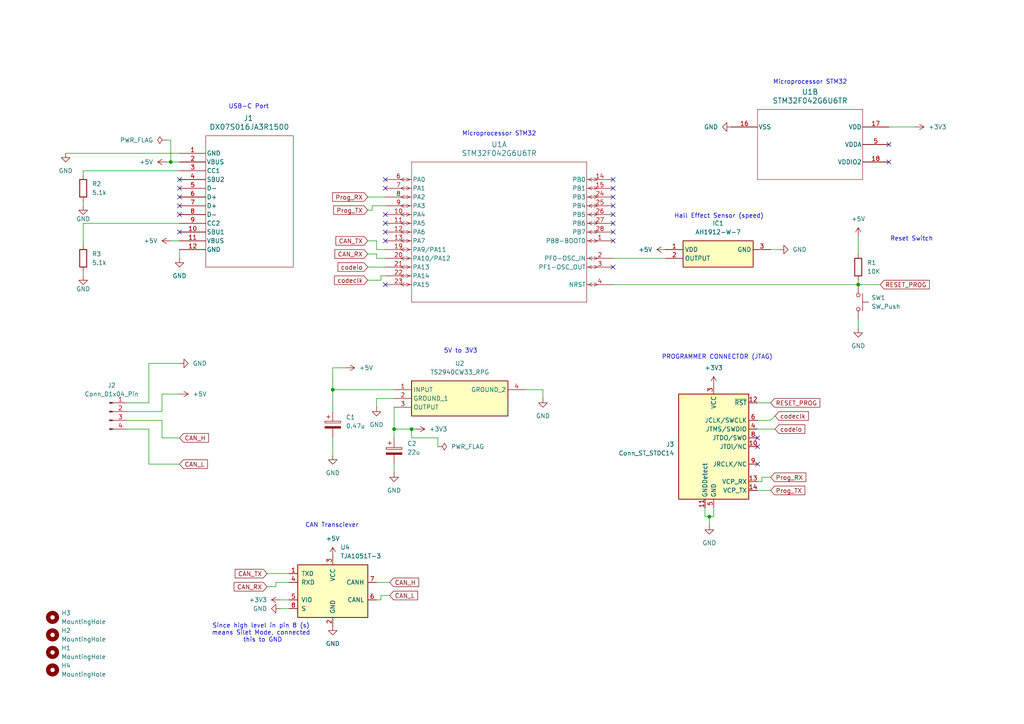
<source format=kicad_sch>
(kicad_sch (version 20231120) (generator "eeschema") (generator_version "8.0")
  (paper "A4")
  (title_block (title "Speed Measurement Board") (company "By Evelyn Koszta and Eun Gu Kang"))
  (lib_symbols
    (symbol "AH1912-W-7:AH1912-W-7"
      (property "Reference" "IC" (at 26.67 7.62 0))
      (property "Value" "AH1912-W-7" (at 26.67 5.08 0))
      (symbol "AH1912-W-7_1_1"
        (rectangle (start 5.08 2.54) (end 25.4 -5.08) (stroke (width 0.254)) (fill (type background)))
        (pin passive line (at 0 0 0) (length 5.08) (name "VDD") (number "1"))
        (pin passive line (at 0 -2.54 0) (length 5.08) (name "OUTPUT") (number "2"))
        (pin passive line (at 30.48 0 180) (length 5.08) (name "GND") (number "3"))
      )
    )
    (symbol "Connector:Conn_01x04_Pin" (pin_names (offset 1.016) hide)
      (property "Reference" "J" (at 0 5.08 0))
      (property "Value" "Conn_01x04_Pin" (at 0 -7.62 0))
      (symbol "Conn_01x04_Pin_1_1"
        (polyline (pts (xy 1.27 -5.08) (xy 0.8636 -5.08)) (stroke (width 0.1524)))
        (polyline (pts (xy 1.27 -2.54) (xy 0.8636 -2.54)) (stroke (width 0.1524)))
        (polyline (pts (xy 1.27 0) (xy 0.8636 0)) (stroke (width 0.1524)))
        (polyline (pts (xy 1.27 2.54) (xy 0.8636 2.54)) (stroke (width 0.1524)))
        (rectangle (start 0.8636 -4.953) (end 0 -5.207) (stroke (width 0.1524)) (fill (type outline)))
        (rectangle (start 0.8636 -2.413) (end 0 -2.667) (stroke (width 0.1524)) (fill (type outline)))
        (rectangle (start 0.8636 0.127) (end 0 -0.127) (stroke (width 0.1524)) (fill (type outline)))
        (rectangle (start 0.8636 2.667) (end 0 2.413) (stroke (width 0.1524)) (fill (type outline)))
        (pin passive line (at 5.08 2.54 180) (length 3.81) (name "Pin_1") (number "1"))
        (pin passive line (at 5.08 0 180) (length 3.81) (name "Pin_2") (number "2"))
        (pin passive line (at 5.08 -2.54 180) (length 3.81) (name "Pin_3") (number "3"))
        (pin passive line (at 5.08 -5.08 180) (length 3.81) (name "Pin_4") (number "4"))
      )
    )
    (symbol "Connector:Conn_ST_STDC14"
      (property "Reference" "J" (at -8.89 16.51 0))
      (property "Value" "Conn_ST_STDC14" (at 17.78 16.51 0))
      (symbol "Conn_ST_STDC14_0_1"
        (rectangle (start -10.16 15.24) (end 10.16 -15.24) (stroke (width 0.254)) (fill (type background)))
      )
      (symbol "Conn_ST_STDC14_1_1"
        (pin no_connect line (at -10.16 5.08 0) (length 2.54) hide (name "NC") (number "1"))
        (pin output line (at 12.7 0 180) (length 2.54) (name "JTDI/NC") (number "10"))
        (pin passive line (at -2.54 -17.78 90) (length 2.54) (name "GNDDetect") (number "11"))
        (pin open_collector line (at 12.7 12.7 180) (length 2.54) (name "~{RST}") (number "12"))
        (pin output line (at 12.7 -10.16 180) (length 2.54) (name "VCP_RX") (number "13"))
        (pin input line (at 12.7 -12.7 180) (length 2.54) (name "VCP_TX") (number "14"))
        (pin no_connect line (at -10.16 2.54 0) (length 2.54) hide (name "NC") (number "2"))
        (pin power_in line (at 0 17.78 270) (length 2.54) (name "VCC") (number "3"))
        (pin bidirectional line (at 12.7 5.08 180) (length 2.54) (name "JTMS/SWDIO") (number "4"))
        (pin power_in line (at 0 -17.78 90) (length 2.54) (name "GND") (number "5"))
        (pin output line (at 12.7 7.62 180) (length 2.54) (name "JCLK/SWCLK") (number "6"))
        (pin passive line (at 0 -17.78 90) (length 2.54) hide (name "GND") (number "7"))
        (pin input line (at 12.7 2.54 180) (length 2.54) (name "JTDO/SWO") (number "8"))
        (pin input line (at 12.7 -5.08 180) (length 2.54) (name "JRCLK/NC") (number "9"))
      )
    )
    (symbol "DX07S016JA3R1500_USBC:DX07S016JA3R1500" (pin_names (offset 0.254))
      (property "Reference" "J" (at 20.32 10.16 0))
      (property "Value" "DX07S016JA3R1500" (at 20.32 7.62 0))
      (symbol "DX07S016JA3R1500_1_1"
        (polyline (pts (xy 7.62 -33.02) (xy 33.02 -33.02)) (stroke (width 0.127)))
        (polyline (pts (xy 7.62 5.08) (xy 7.62 -33.02)) (stroke (width 0.127)))
        (polyline (pts (xy 33.02 -33.02) (xy 33.02 5.08)) (stroke (width 0.127)))
        (polyline (pts (xy 33.02 5.08) (xy 7.62 5.08)) (stroke (width 0.127)))
        (pin power_out line (at 0 0 0) (length 7.62) (name "GND") (number "1"))
        (pin bidirectional line (at 0 -22.86 0) (length 7.62) (name "SBU1") (number "10"))
        (pin power_in line (at 0 -25.4 0) (length 7.62) (name "VBUS") (number "11"))
        (pin power_out line (at 0 -27.94 0) (length 7.62) (name "GND") (number "12"))
        (pin power_in line (at 0 -2.54 0) (length 7.62) (name "VBUS") (number "2"))
        (pin bidirectional line (at 0 -5.08 0) (length 7.62) (name "CC1") (number "3"))
        (pin bidirectional line (at 0 -7.62 0) (length 7.62) (name "SBU2") (number "4"))
        (pin bidirectional line (at 0 -10.16 0) (length 7.62) (name "D-") (number "5"))
        (pin bidirectional line (at 0 -12.7 0) (length 7.62) (name "D+") (number "6"))
        (pin bidirectional line (at 0 -15.24 0) (length 7.62) (name "D+") (number "7"))
        (pin bidirectional line (at 0 -17.78 0) (length 7.62) (name "D-") (number "8"))
        (pin bidirectional line (at 0 -20.32 0) (length 7.62) (name "CC2") (number "9"))
      )
      (symbol "DX07S016JA3R1500_1_2"
        (polyline (pts (xy 5.08 -30.48) (xy 12.7 -30.48)) (stroke (width 0.127)))
        (polyline (pts (xy 5.08 2.54) (xy 5.08 -30.48)) (stroke (width 0.127)))
        (polyline (pts (xy 7.62 -27.94) (xy 5.08 -27.94)) (stroke (width 0.127)))
        (polyline (pts (xy 7.62 -27.94) (xy 8.89 -28.7867)) (stroke (width 0.127)))
        (polyline (pts (xy 7.62 -27.94) (xy 8.89 -27.0933)) (stroke (width 0.127)))
        (polyline (pts (xy 7.62 -25.4) (xy 5.08 -25.4)) (stroke (width 0.127)))
        (polyline (pts (xy 7.62 -25.4) (xy 8.89 -26.2467)) (stroke (width 0.127)))
        (polyline (pts (xy 7.62 -25.4) (xy 8.89 -24.5533)) (stroke (width 0.127)))
        (polyline (pts (xy 7.62 -22.86) (xy 5.08 -22.86)) (stroke (width 0.127)))
        (polyline (pts (xy 7.62 -22.86) (xy 8.89 -23.7067)) (stroke (width 0.127)))
        (polyline (pts (xy 7.62 -22.86) (xy 8.89 -22.0133)) (stroke (width 0.127)))
        (polyline (pts (xy 7.62 -20.32) (xy 5.08 -20.32)) (stroke (width 0.127)))
        (polyline (pts (xy 7.62 -20.32) (xy 8.89 -21.1667)) (stroke (width 0.127)))
        (polyline (pts (xy 7.62 -20.32) (xy 8.89 -19.4733)) (stroke (width 0.127)))
        (polyline (pts (xy 7.62 -17.78) (xy 5.08 -17.78)) (stroke (width 0.127)))
        (polyline (pts (xy 7.62 -17.78) (xy 8.89 -18.6267)) (stroke (width 0.127)))
        (polyline (pts (xy 7.62 -17.78) (xy 8.89 -16.9333)) (stroke (width 0.127)))
        (polyline (pts (xy 7.62 -15.24) (xy 5.08 -15.24)) (stroke (width 0.127)))
        (polyline (pts (xy 7.62 -15.24) (xy 8.89 -16.0867)) (stroke (width 0.127)))
        (polyline (pts (xy 7.62 -15.24) (xy 8.89 -14.3933)) (stroke (width 0.127)))
        (polyline (pts (xy 7.62 -12.7) (xy 5.08 -12.7)) (stroke (width 0.127)))
        (polyline (pts (xy 7.62 -12.7) (xy 8.89 -13.5467)) (stroke (width 0.127)))
        (polyline (pts (xy 7.62 -12.7) (xy 8.89 -11.8533)) (stroke (width 0.127)))
        (polyline (pts (xy 7.62 -10.16) (xy 5.08 -10.16)) (stroke (width 0.127)))
        (polyline (pts (xy 7.62 -10.16) (xy 8.89 -11.0067)) (stroke (width 0.127)))
        (polyline (pts (xy 7.62 -10.16) (xy 8.89 -9.3133)) (stroke (width 0.127)))
        (polyline (pts (xy 7.62 -7.62) (xy 5.08 -7.62)) (stroke (width 0.127)))
        (polyline (pts (xy 7.62 -7.62) (xy 8.89 -8.4667)) (stroke (width 0.127)))
        (polyline (pts (xy 7.62 -7.62) (xy 8.89 -6.7733)) (stroke (width 0.127)))
        (polyline (pts (xy 7.62 -5.08) (xy 5.08 -5.08)) (stroke (width 0.127)))
        (polyline (pts (xy 7.62 -5.08) (xy 8.89 -5.9267)) (stroke (width 0.127)))
        (polyline (pts (xy 7.62 -5.08) (xy 8.89 -4.2333)) (stroke (width 0.127)))
        (polyline (pts (xy 7.62 -2.54) (xy 5.08 -2.54)) (stroke (width 0.127)))
        (polyline (pts (xy 7.62 -2.54) (xy 8.89 -3.3867)) (stroke (width 0.127)))
        (polyline (pts (xy 7.62 -2.54) (xy 8.89 -1.6933)) (stroke (width 0.127)))
        (polyline (pts (xy 7.62 0) (xy 5.08 0)) (stroke (width 0.127)))
        (polyline (pts (xy 7.62 0) (xy 8.89 -0.8467)) (stroke (width 0.127)))
        (polyline (pts (xy 7.62 0) (xy 8.89 0.8467)) (stroke (width 0.127)))
        (polyline (pts (xy 12.7 -30.48) (xy 12.7 2.54)) (stroke (width 0.127)))
        (polyline (pts (xy 12.7 2.54) (xy 5.08 2.54)) (stroke (width 0.127)))
        (pin power_out line (at 0 0 0) (length 5.08) (name "1") (number "1"))
        (pin bidirectional line (at 0 -22.86 0) (length 5.08) (name "10") (number "10"))
        (pin power_in line (at 0 -25.4 0) (length 5.08) (name "11") (number "11"))
        (pin power_out line (at 0 -27.94 0) (length 5.08) (name "12") (number "12"))
        (pin power_in line (at 0 -2.54 0) (length 5.08) (name "2") (number "2"))
        (pin bidirectional line (at 0 -5.08 0) (length 5.08) (name "3") (number "3"))
        (pin bidirectional line (at 0 -7.62 0) (length 5.08) (name "4") (number "4"))
        (pin bidirectional line (at 0 -10.16 0) (length 5.08) (name "5") (number "5"))
        (pin bidirectional line (at 0 -12.7 0) (length 5.08) (name "6") (number "6"))
        (pin bidirectional line (at 0 -15.24 0) (length 5.08) (name "7") (number "7"))
        (pin bidirectional line (at 0 -17.78 0) (length 5.08) (name "8") (number "8"))
        (pin bidirectional line (at 0 -20.32 0) (length 5.08) (name "9") (number "9"))
      )
    )
    (symbol "Device:C_Polarized" (pin_numbers hide) (pin_names (offset 0.254))
      (property "Reference" "C" (at 0.635 2.54 0))
      (property "Value" "C_Polarized" (at 0.635 -2.54 0))
      (symbol "C_Polarized_0_1"
        (rectangle (start -2.286 0.508) (end 2.286 1.016))
        (polyline (pts (xy -1.778 2.286) (xy -0.762 2.286)))
        (polyline (pts (xy -1.27 2.794) (xy -1.27 1.778)))
        (rectangle (start 2.286 -0.508) (end -2.286 -1.016) (fill (type outline)))
      )
      (symbol "C_Polarized_1_1"
        (pin passive line (at 0 3.81 270) (length 2.794) (name "~") (number "1"))
        (pin passive line (at 0 -3.81 90) (length 2.794) (name "~") (number "2"))
      )
    )
    (symbol "Device:R" (pin_numbers hide) (pin_names (offset 0))
      (property "Reference" "R" (at 2.032 0 90))
      (property "Value" "R" (at 0 0 90))
      (symbol "R_0_1"
        (rectangle (start -1.016 -2.54) (end 1.016 2.54) (stroke (width 0.254)))
      )
      (symbol "R_1_1"
        (pin passive line (at 0 3.81 270) (length 1.27) (name "~") (number "1"))
        (pin passive line (at 0 -3.81 90) (length 1.27) (name "~") (number "2"))
      )
    )
    (symbol "Interface_CAN_LIN:TJA1051T-3" (pin_names (offset 1.016))
      (property "Reference" "U" (at -10.16 8.89 0))
      (property "Value" "TJA1051T-3" (at 1.27 8.89 0))
      (symbol "TJA1051T-3_0_1"
        (rectangle (start -10.16 7.62) (end 10.16 -7.62) (stroke (width 0.254)) (fill (type background)))
      )
      (symbol "TJA1051T-3_1_1"
        (pin input line (at -12.7 5.08 0) (length 2.54) (name "TXD") (number "1"))
        (pin power_in line (at 0 -10.16 90) (length 2.54) (name "GND") (number "2"))
        (pin power_in line (at 0 10.16 270) (length 2.54) (name "VCC") (number "3"))
        (pin output line (at -12.7 2.54 0) (length 2.54) (name "RXD") (number "4"))
        (pin power_in line (at -12.7 -2.54 0) (length 2.54) (name "VIO") (number "5"))
        (pin bidirectional line (at 12.7 -2.54 180) (length 2.54) (name "CANL") (number "6"))
        (pin bidirectional line (at 12.7 2.54 180) (length 2.54) (name "CANH") (number "7"))
        (pin input line (at -12.7 -5.08 0) (length 2.54) (name "S") (number "8"))
      )
    )
    (symbol "Mechanical:MountingHole" (pin_names (offset 1.016))
      (property "Reference" "H" (at 0 5.08 0))
      (property "Value" "MountingHole" (at 0 3.175 0))
      (symbol "MountingHole_0_1"
        (circle (center 0 0) (radius 1.27) (stroke (width 1.27)))
      )
    )
    (symbol "STM32_:STM32F042G6U6TR" (pin_names (offset 0.254))
      (property "Reference" "U" (at 33.02 10.16 0))
      (property "Value" "STM32F042G6U6TR" (at 33.02 7.62 0))
      (symbol "STM32F042G6U6TR_1_1"
        (polyline (pts (xy 5.5372 -31.0007) (xy 4.4958 -30.48)) (stroke (width 0.127)))
        (polyline (pts (xy 5.5372 -29.9593) (xy 4.4958 -30.48)) (stroke (width 0.127)))
        (polyline (pts (xy 5.5372 -28.4607) (xy 4.4958 -27.94)) (stroke (width 0.127)))
        (polyline (pts (xy 5.5372 -27.4193) (xy 4.4958 -27.94)) (stroke (width 0.127)))
        (polyline (pts (xy 5.5372 -25.9207) (xy 4.4958 -25.4)) (stroke (width 0.127)))
        (polyline (pts (xy 5.5372 -24.8793) (xy 4.4958 -25.4)) (stroke (width 0.127)))
        (polyline (pts (xy 5.5372 -23.3807) (xy 4.4958 -22.86)) (stroke (width 0.127)))
        (polyline (pts (xy 5.5372 -22.3393) (xy 4.4958 -22.86)) (stroke (width 0.127)))
        (polyline (pts (xy 5.5372 -20.8407) (xy 4.4958 -20.32)) (stroke (width 0.127)))
        (polyline (pts (xy 5.5372 -19.7993) (xy 4.4958 -20.32)) (stroke (width 0.127)))
        (polyline (pts (xy 5.5372 -18.3007) (xy 4.4958 -17.78)) (stroke (width 0.127)))
        (polyline (pts (xy 5.5372 -17.2593) (xy 4.4958 -17.78)) (stroke (width 0.127)))
        (polyline (pts (xy 5.5372 -15.7607) (xy 4.4958 -15.24)) (stroke (width 0.127)))
        (polyline (pts (xy 5.5372 -14.7193) (xy 4.4958 -15.24)) (stroke (width 0.127)))
        (polyline (pts (xy 5.5372 -13.2207) (xy 4.4958 -12.7)) (stroke (width 0.127)))
        (polyline (pts (xy 5.5372 -12.1793) (xy 4.4958 -12.7)) (stroke (width 0.127)))
        (polyline (pts (xy 5.5372 -10.6807) (xy 4.4958 -10.16)) (stroke (width 0.127)))
        (polyline (pts (xy 5.5372 -9.6393) (xy 4.4958 -10.16)) (stroke (width 0.127)))
        (polyline (pts (xy 5.5372 -8.1407) (xy 4.4958 -7.62)) (stroke (width 0.127)))
        (polyline (pts (xy 5.5372 -7.0993) (xy 4.4958 -7.62)) (stroke (width 0.127)))
        (polyline (pts (xy 5.5372 -5.6007) (xy 4.4958 -5.08)) (stroke (width 0.127)))
        (polyline (pts (xy 5.5372 -4.5593) (xy 4.4958 -5.08)) (stroke (width 0.127)))
        (polyline (pts (xy 5.5372 -3.0607) (xy 4.4958 -2.54)) (stroke (width 0.127)))
        (polyline (pts (xy 5.5372 -2.0193) (xy 4.4958 -2.54)) (stroke (width 0.127)))
        (polyline (pts (xy 5.5372 -0.5207) (xy 4.4958 0)) (stroke (width 0.127)))
        (polyline (pts (xy 5.5372 0.5207) (xy 4.4958 0)) (stroke (width 0.127)))
        (polyline (pts (xy 7.0993 -30.48) (xy 6.0579 -31.0007)) (stroke (width 0.127)))
        (polyline (pts (xy 7.0993 -30.48) (xy 6.0579 -29.9593)) (stroke (width 0.127)))
        (polyline (pts (xy 7.0993 -27.94) (xy 6.0579 -28.4607)) (stroke (width 0.127)))
        (polyline (pts (xy 7.0993 -27.94) (xy 6.0579 -27.4193)) (stroke (width 0.127)))
        (polyline (pts (xy 7.0993 -25.4) (xy 6.0579 -25.9207)) (stroke (width 0.127)))
        (polyline (pts (xy 7.0993 -25.4) (xy 6.0579 -24.8793)) (stroke (width 0.127)))
        (polyline (pts (xy 7.0993 -22.86) (xy 6.0579 -23.3807)) (stroke (width 0.127)))
        (polyline (pts (xy 7.0993 -22.86) (xy 6.0579 -22.3393)) (stroke (width 0.127)))
        (polyline (pts (xy 7.0993 -20.32) (xy 6.0579 -20.8407)) (stroke (width 0.127)))
        (polyline (pts (xy 7.0993 -20.32) (xy 6.0579 -19.7993)) (stroke (width 0.127)))
        (polyline (pts (xy 7.0993 -17.78) (xy 6.0579 -18.3007)) (stroke (width 0.127)))
        (polyline (pts (xy 7.0993 -17.78) (xy 6.0579 -17.2593)) (stroke (width 0.127)))
        (polyline (pts (xy 7.0993 -15.24) (xy 6.0579 -15.7607)) (stroke (width 0.127)))
        (polyline (pts (xy 7.0993 -15.24) (xy 6.0579 -14.7193)) (stroke (width 0.127)))
        (polyline (pts (xy 7.0993 -12.7) (xy 6.0579 -13.2207)) (stroke (width 0.127)))
        (polyline (pts (xy 7.0993 -12.7) (xy 6.0579 -12.1793)) (stroke (width 0.127)))
        (polyline (pts (xy 7.0993 -10.16) (xy 6.0579 -10.6807)) (stroke (width 0.127)))
        (polyline (pts (xy 7.0993 -10.16) (xy 6.0579 -9.6393)) (stroke (width 0.127)))
        (polyline (pts (xy 7.0993 -7.62) (xy 6.0579 -8.1407)) (stroke (width 0.127)))
        (polyline (pts (xy 7.0993 -7.62) (xy 6.0579 -7.0993)) (stroke (width 0.127)))
        (polyline (pts (xy 7.0993 -5.08) (xy 6.0579 -5.6007)) (stroke (width 0.127)))
        (polyline (pts (xy 7.0993 -5.08) (xy 6.0579 -4.5593)) (stroke (width 0.127)))
        (polyline (pts (xy 7.0993 -2.54) (xy 6.0579 -3.0607)) (stroke (width 0.127)))
        (polyline (pts (xy 7.0993 -2.54) (xy 6.0579 -2.0193)) (stroke (width 0.127)))
        (polyline (pts (xy 7.0993 0) (xy 6.0579 -0.5207)) (stroke (width 0.127)))
        (polyline (pts (xy 7.0993 0) (xy 6.0579 0.5207)) (stroke (width 0.127)))
        (polyline (pts (xy 7.62 -35.56) (xy 58.42 -35.56)) (stroke (width 0.127)))
        (polyline (pts (xy 7.62 5.08) (xy 7.62 -35.56)) (stroke (width 0.127)))
        (polyline (pts (xy 58.42 -35.56) (xy 58.42 5.08)) (stroke (width 0.127)))
        (polyline (pts (xy 58.42 5.08) (xy 7.62 5.08)) (stroke (width 0.127)))
        (polyline (pts (xy 58.9407 -30.48) (xy 59.9821 -31.0007)) (stroke (width 0.127)))
        (polyline (pts (xy 58.9407 -30.48) (xy 59.9821 -29.9593)) (stroke (width 0.127)))
        (polyline (pts (xy 58.9407 -25.4) (xy 59.9821 -25.9207)) (stroke (width 0.127)))
        (polyline (pts (xy 58.9407 -25.4) (xy 59.9821 -24.8793)) (stroke (width 0.127)))
        (polyline (pts (xy 58.9407 -22.86) (xy 59.9821 -23.3807)) (stroke (width 0.127)))
        (polyline (pts (xy 58.9407 -22.86) (xy 59.9821 -22.3393)) (stroke (width 0.127)))
        (polyline (pts (xy 58.9407 -17.78) (xy 59.9821 -18.3007)) (stroke (width 0.127)))
        (polyline (pts (xy 58.9407 -17.78) (xy 59.9821 -17.2593)) (stroke (width 0.127)))
        (polyline (pts (xy 58.9407 -15.24) (xy 59.9821 -15.7607)) (stroke (width 0.127)))
        (polyline (pts (xy 58.9407 -15.24) (xy 59.9821 -14.7193)) (stroke (width 0.127)))
        (polyline (pts (xy 58.9407 -12.7) (xy 59.9821 -13.2207)) (stroke (width 0.127)))
        (polyline (pts (xy 58.9407 -12.7) (xy 59.9821 -12.1793)) (stroke (width 0.127)))
        (polyline (pts (xy 58.9407 -10.16) (xy 59.9821 -10.6807)) (stroke (width 0.127)))
        (polyline (pts (xy 58.9407 -10.16) (xy 59.9821 -9.6393)) (stroke (width 0.127)))
        (polyline (pts (xy 58.9407 -7.62) (xy 59.9821 -8.1407)) (stroke (width 0.127)))
        (polyline (pts (xy 58.9407 -7.62) (xy 59.9821 -7.0993)) (stroke (width 0.127)))
        (polyline (pts (xy 58.9407 -5.08) (xy 59.9821 -5.6007)) (stroke (width 0.127)))
        (polyline (pts (xy 58.9407 -5.08) (xy 59.9821 -4.5593)) (stroke (width 0.127)))
        (polyline (pts (xy 58.9407 -2.54) (xy 59.9821 -3.0607)) (stroke (width 0.127)))
        (polyline (pts (xy 58.9407 -2.54) (xy 59.9821 -2.0193)) (stroke (width 0.127)))
        (polyline (pts (xy 58.9407 0) (xy 59.9821 -0.5207)) (stroke (width 0.127)))
        (polyline (pts (xy 58.9407 0) (xy 59.9821 0.5207)) (stroke (width 0.127)))
        (polyline (pts (xy 60.5028 -31.0007) (xy 61.5442 -30.48)) (stroke (width 0.127)))
        (polyline (pts (xy 60.5028 -29.9593) (xy 61.5442 -30.48)) (stroke (width 0.127)))
        (polyline (pts (xy 60.5028 -25.9207) (xy 61.5442 -25.4)) (stroke (width 0.127)))
        (polyline (pts (xy 60.5028 -24.8793) (xy 61.5442 -25.4)) (stroke (width 0.127)))
        (polyline (pts (xy 60.5028 -23.3807) (xy 61.5442 -22.86)) (stroke (width 0.127)))
        (polyline (pts (xy 60.5028 -22.3393) (xy 61.5442 -22.86)) (stroke (width 0.127)))
        (polyline (pts (xy 60.5028 -18.3007) (xy 61.5442 -17.78)) (stroke (width 0.127)))
        (polyline (pts (xy 60.5028 -17.2593) (xy 61.5442 -17.78)) (stroke (width 0.127)))
        (polyline (pts (xy 60.5028 -15.7607) (xy 61.5442 -15.24)) (stroke (width 0.127)))
        (polyline (pts (xy 60.5028 -14.7193) (xy 61.5442 -15.24)) (stroke (width 0.127)))
        (polyline (pts (xy 60.5028 -13.2207) (xy 61.5442 -12.7)) (stroke (width 0.127)))
        (polyline (pts (xy 60.5028 -12.1793) (xy 61.5442 -12.7)) (stroke (width 0.127)))
        (polyline (pts (xy 60.5028 -10.6807) (xy 61.5442 -10.16)) (stroke (width 0.127)))
        (polyline (pts (xy 60.5028 -9.6393) (xy 61.5442 -10.16)) (stroke (width 0.127)))
        (polyline (pts (xy 60.5028 -8.1407) (xy 61.5442 -7.62)) (stroke (width 0.127)))
        (polyline (pts (xy 60.5028 -7.0993) (xy 61.5442 -7.62)) (stroke (width 0.127)))
        (polyline (pts (xy 60.5028 -5.6007) (xy 61.5442 -5.08)) (stroke (width 0.127)))
        (polyline (pts (xy 60.5028 -4.5593) (xy 61.5442 -5.08)) (stroke (width 0.127)))
        (polyline (pts (xy 60.5028 -3.0607) (xy 61.5442 -2.54)) (stroke (width 0.127)))
        (polyline (pts (xy 60.5028 -2.0193) (xy 61.5442 -2.54)) (stroke (width 0.127)))
        (polyline (pts (xy 60.5028 -0.5207) (xy 61.5442 0)) (stroke (width 0.127)))
        (polyline (pts (xy 60.5028 0.5207) (xy 61.5442 0)) (stroke (width 0.127)))
        (pin bidirectional line (at 66.04 -17.78 180) (length 7.62) (name "PB8-BOOT0") (number "1"))
        (pin bidirectional line (at 0 -10.16 0) (length 7.62) (name "PA4") (number "10"))
        (pin bidirectional line (at 0 -12.7 0) (length 7.62) (name "PA5") (number "11"))
        (pin bidirectional line (at 0 -15.24 0) (length 7.62) (name "PA6") (number "12"))
        (pin bidirectional line (at 0 -17.78 0) (length 7.62) (name "PA7") (number "13"))
        (pin bidirectional line (at 66.04 0 180) (length 7.62) (name "PB0") (number "14"))
        (pin bidirectional line (at 66.04 -2.54 180) (length 7.62) (name "PB1") (number "15"))
        (pin bidirectional line (at 0 -20.32 0) (length 7.62) (name "PA9/PA11") (number "19"))
        (pin bidirectional line (at 66.04 -22.86 180) (length 7.62) (name "PF0-OSC_IN") (number "2"))
        (pin bidirectional line (at 0 -22.86 0) (length 7.62) (name "PA10/PA12") (number "20"))
        (pin bidirectional line (at 0 -25.4 0) (length 7.62) (name "PA13") (number "21"))
        (pin bidirectional line (at 0 -27.94 0) (length 7.62) (name "PA14") (number "22"))
        (pin bidirectional line (at 0 -30.48 0) (length 7.62) (name "PA15") (number "23"))
        (pin bidirectional line (at 66.04 -5.08 180) (length 7.62) (name "PB3") (number "24"))
        (pin bidirectional line (at 66.04 -7.62 180) (length 7.62) (name "PB4") (number "25"))
        (pin bidirectional line (at 66.04 -10.16 180) (length 7.62) (name "PB5") (number "26"))
        (pin bidirectional line (at 66.04 -12.7 180) (length 7.62) (name "PB6") (number "27"))
        (pin bidirectional line (at 66.04 -15.24 180) (length 7.62) (name "PB7") (number "28"))
        (pin bidirectional line (at 66.04 -25.4 180) (length 7.62) (name "PF1-OSC_OUT") (number "3"))
        (pin bidirectional line (at 66.04 -30.48 180) (length 7.62) (name "NRST") (number "4"))
        (pin bidirectional line (at 0 0 0) (length 7.62) (name "PA0") (number "6"))
        (pin bidirectional line (at 0 -2.54 0) (length 7.62) (name "PA1") (number "7"))
        (pin bidirectional line (at 0 -5.08 0) (length 7.62) (name "PA2") (number "8"))
        (pin bidirectional line (at 0 -7.62 0) (length 7.62) (name "PA3") (number "9"))
      )
      (symbol "STM32F042G6U6TR_2_1"
        (polyline (pts (xy 7.62 -15.24) (xy 38.1 -15.24)) (stroke (width 0.127)))
        (polyline (pts (xy 7.62 5.08) (xy 7.62 -15.24)) (stroke (width 0.127)))
        (polyline (pts (xy 38.1 -15.24) (xy 38.1 5.08)) (stroke (width 0.127)))
        (polyline (pts (xy 38.1 5.08) (xy 7.62 5.08)) (stroke (width 0.127)))
        (pin power_in line (at 0 0 0) (length 7.62) (name "VSS") (number "16"))
        (pin power_in line (at 45.72 0 180) (length 7.62) (name "VDD") (number "17"))
        (pin power_in line (at 45.72 -10.16 180) (length 7.62) (name "VDDIO2") (number "18"))
        (pin power_in line (at 45.72 -5.08 180) (length 7.62) (name "VDDA") (number "5"))
      )
    )
    (symbol "Switch:SW_Push" (pin_numbers hide) (pin_names (offset 1.016) hide)
      (property "Reference" "SW" (at 1.27 2.54 0))
      (property "Value" "SW_Push" (at 0 -1.524 0))
      (symbol "SW_Push_0_1"
        (circle (center -2.032 0) (radius 0.508))
        (polyline (pts (xy 0 1.27) (xy 0 3.048)))
        (polyline (pts (xy 2.54 1.27) (xy -2.54 1.27)))
        (circle (center 2.032 0) (radius 0.508))
        (pin passive line (at -5.08 0 0) (length 2.54) (name "1") (number "1"))
        (pin passive line (at 5.08 0 180) (length 2.54) (name "2") (number "2"))
      )
    )
    (symbol "TS2940CW33_RPG:TS2940CW33_RPG"
      (property "Reference" "U" (at 34.29 7.62 0))
      (property "Value" "TS2940CW33_RPG" (at 34.29 5.08 0))
      (symbol "TS2940CW33_RPG_1_1"
        (rectangle (start 5.08 2.54) (end 33.02 -7.62) (stroke (width 0.254)) (fill (type background)))
        (pin passive line (at 0 0 0) (length 5.08) (name "INPUT") (number "1"))
        (pin passive line (at 0 -2.54 0) (length 5.08) (name "GROUND_1") (number "2"))
        (pin passive line (at 0 -5.08 0) (length 5.08) (name "OUTPUT") (number "3"))
        (pin passive line (at 38.1 0 180) (length 5.08) (name "GROUND_2") (number "4"))
      )
    )
    (symbol "power:+3V3" (power) (pin_numbers hide) (pin_names (offset 0) hide)
      (property "Value" "+3V3" (at 0 3.556 0))
      (symbol "+3V3_0_1"
        (polyline (pts (xy -0.762 1.27) (xy 0 2.54)))
        (polyline (pts (xy 0 0) (xy 0 2.54)))
        (polyline (pts (xy 0 2.54) (xy 0.762 1.27)))
      )
      (symbol "+3V3_1_1"
        (pin power_in line (at 0 0 90) (length 0) (name "~") (number "1"))
      )
    )
    (symbol "power:+5V" (power) (pin_numbers hide) (pin_names (offset 0) hide)
      (property "Value" "+5V" (at 0 3.556 0))
      (symbol "+5V_0_1"
        (polyline (pts (xy -0.762 1.27) (xy 0 2.54)))
        (polyline (pts (xy 0 0) (xy 0 2.54)))
        (polyline (pts (xy 0 2.54) (xy 0.762 1.27)))
      )
      (symbol "+5V_1_1"
        (pin power_in line (at 0 0 90) (length 0) (name "~") (number "1"))
      )
    )
    (symbol "power:GND" (power) (pin_numbers hide) (pin_names (offset 0) hide)
      (property "Value" "GND" (at 0 -3.81 0))
      (symbol "GND_0_1"
        (polyline (pts (xy 0 0) (xy 0 -1.27) (xy 1.27 -1.27) (xy 0 -2.54) (xy -1.27 -1.27) (xy 0 -1.27)))
      )
      (symbol "GND_1_1"
        (pin power_in line (at 0 0 270) (length 0) (name "~") (number "1"))
      )
    )
    (symbol "power:PWR_FLAG" (power) (pin_numbers hide) (pin_names (offset 0) hide)
      (property "Value" "PWR_FLAG" (at 0 3.81 0))
      (symbol "PWR_FLAG_0_0"
        (pin power_out line (at 0 0 90) (length 0) (name "~") (number "1"))
      )
      (symbol "PWR_FLAG_0_1"
        (polyline (pts (xy 0 0) (xy 0 1.27) (xy -1.016 1.905) (xy 0 2.54) (xy 1.016 1.905) (xy 0 1.27)))
      )
    )
  )
  (junction (at 119.38 124.46))
  (junction (at 49.53 46.99))
  (junction (at 96.52 113.03))
  (junction (at 114.3 124.46))
  (junction (at 205.74 149.86))
  (junction (at 248.92 82.55))
  (no_connect (at 257.81 41.91))
  (no_connect (at 111.76 82.55))
  (no_connect (at 219.71 127))
  (no_connect (at 177.8 52.07))
  (no_connect (at 111.76 62.23))
  (no_connect (at 177.8 62.23))
  (no_connect (at 111.76 69.85))
  (no_connect (at 177.8 67.31))
  (no_connect (at 177.8 57.15))
  (no_connect (at 177.8 59.69))
  (no_connect (at 177.8 77.47))
  (no_connect (at 177.8 64.77))
  (no_connect (at 219.71 134.62))
  (no_connect (at 52.07 52.07))
  (no_connect (at 177.8 69.85))
  (no_connect (at 111.76 67.31))
  (no_connect (at 257.81 46.99))
  (no_connect (at 52.07 54.61))
  (no_connect (at 111.76 52.07))
  (no_connect (at 219.71 129.54))
  (no_connect (at 111.76 64.77))
  (no_connect (at 52.07 67.31))
  (no_connect (at 52.07 62.23))
  (no_connect (at 52.07 59.69))
  (no_connect (at 111.76 54.61))
  (no_connect (at 52.07 57.15))
  (no_connect (at 177.8 54.61))
  (wire (pts (xy 219.71 121.92) (xy 223.52 121.92)))
  (wire (pts (xy 107.95 59.69) (xy 111.76 59.69)))
  (wire (pts (xy 52.07 49.53) (xy 24.13 49.53)))
  (wire (pts (xy 127 127) (xy 119.38 127)))
  (wire (pts (xy 110.49 172.72) (xy 113.03 172.72)))
  (wire (pts (xy 110.49 80.01) (xy 110.49 81.28)))
  (wire (pts (xy 114.3 134.62) (xy 114.3 137.16)))
  (wire (pts (xy 114.3 124.46) (xy 119.38 124.46)))
  (wire (pts (xy 109.22 69.85) (xy 109.22 72.39)))
  (wire (pts (xy 207.01 147.32) (xy 207.01 149.86)))
  (wire (pts (xy 107.95 59.69) (xy 107.95 60.96)))
  (wire (pts (xy 109.22 72.39) (xy 111.76 72.39)))
  (wire (pts (xy 127 127) (xy 127 129.54)))
  (wire (pts (xy 43.18 105.41) (xy 43.18 116.84)))
  (wire (pts (xy 205.74 149.86) (xy 207.01 149.86)))
  (wire (pts (xy 43.18 134.62) (xy 43.18 124.46)))
  (wire (pts (xy 106.68 69.85) (xy 109.22 69.85)))
  (wire (pts (xy 109.22 173.99) (xy 110.49 173.99)))
  (wire (pts (xy 49.53 40.64) (xy 49.53 46.99)))
  (wire (pts (xy 204.47 147.32) (xy 204.47 149.86)))
  (wire (pts (xy 46.99 119.38) (xy 36.83 119.38)))
  (wire (pts (xy 219.71 139.7) (xy 220.98 139.7)))
  (wire (pts (xy 80.01 168.91) (xy 83.82 168.91)))
  (wire (pts (xy 248.92 68.58) (xy 248.92 73.66)))
  (wire (pts (xy 49.53 69.85) (xy 52.07 69.85)))
  (wire (pts (xy 52.07 64.77) (xy 24.13 64.77)))
  (wire (pts (xy 109.22 73.66) (xy 109.22 74.93)))
  (wire (pts (xy 114.3 118.11) (xy 114.3 124.46)))
  (wire (pts (xy 24.13 49.53) (xy 24.13 50.8)))
  (wire (pts (xy 43.18 124.46) (xy 36.83 124.46)))
  (wire (pts (xy 109.22 74.93) (xy 111.76 74.93)))
  (wire (pts (xy 177.8 82.55) (xy 248.92 82.55)))
  (wire (pts (xy 52.07 72.39) (xy 52.07 74.93)))
  (wire (pts (xy 114.3 115.57) (xy 109.22 115.57)))
  (wire (pts (xy 81.28 173.99) (xy 83.82 173.99)))
  (wire (pts (xy 106.68 60.96) (xy 107.95 60.96)))
  (wire (pts (xy 223.52 72.39) (xy 226.06 72.39)))
  (wire (pts (xy 96.52 106.68) (xy 96.52 113.03)))
  (wire (pts (xy 43.18 105.41) (xy 52.07 105.41)))
  (wire (pts (xy 109.22 168.91) (xy 113.03 168.91)))
  (wire (pts (xy 19.05 44.45) (xy 52.07 44.45)))
  (wire (pts (xy 220.98 138.43) (xy 220.98 139.7)))
  (wire (pts (xy 96.52 113.03) (xy 114.3 113.03)))
  (wire (pts (xy 106.68 57.15) (xy 111.76 57.15)))
  (wire (pts (xy 109.22 115.57) (xy 109.22 118.11)))
  (wire (pts (xy 114.3 124.46) (xy 114.3 127)))
  (wire (pts (xy 205.74 149.86) (xy 205.74 152.4)))
  (wire (pts (xy 46.99 114.3) (xy 52.07 114.3)))
  (wire (pts (xy 24.13 78.74) (xy 24.13 80.01)))
  (wire (pts (xy 177.8 74.93) (xy 193.04 74.93)))
  (wire (pts (xy 81.28 176.53) (xy 83.82 176.53)))
  (wire (pts (xy 77.47 166.37) (xy 83.82 166.37)))
  (wire (pts (xy 119.38 127) (xy 119.38 124.46)))
  (wire (pts (xy 219.71 142.24) (xy 223.52 142.24)))
  (wire (pts (xy 24.13 64.77) (xy 24.13 71.12)))
  (wire (pts (xy 248.92 82.55) (xy 255.27 82.55)))
  (wire (pts (xy 106.68 81.28) (xy 110.49 81.28)))
  (wire (pts (xy 43.18 116.84) (xy 36.83 116.84)))
  (wire (pts (xy 110.49 172.72) (xy 110.49 173.99)))
  (wire (pts (xy 46.99 127) (xy 52.07 127)))
  (wire (pts (xy 257.81 36.83) (xy 265.43 36.83)))
  (wire (pts (xy 48.26 40.64) (xy 49.53 40.64)))
  (wire (pts (xy 46.99 114.3) (xy 46.99 119.38)))
  (wire (pts (xy 100.33 106.68) (xy 96.52 106.68)))
  (wire (pts (xy 204.47 149.86) (xy 205.74 149.86)))
  (wire (pts (xy 80.01 168.91) (xy 80.01 170.18)))
  (wire (pts (xy 223.52 121.92) (xy 224.79 120.65)))
  (wire (pts (xy 219.71 124.46) (xy 224.79 124.46)))
  (wire (pts (xy 248.92 92.71) (xy 248.92 95.25)))
  (wire (pts (xy 77.47 170.18) (xy 80.01 170.18)))
  (wire (pts (xy 220.98 138.43) (xy 223.52 138.43)))
  (wire (pts (xy 49.53 46.99) (xy 52.07 46.99)))
  (wire (pts (xy 24.13 58.42) (xy 24.13 59.69)))
  (wire (pts (xy 46.99 121.92) (xy 36.83 121.92)))
  (wire (pts (xy 48.26 46.99) (xy 49.53 46.99)))
  (wire (pts (xy 110.49 80.01) (xy 111.76 80.01)))
  (wire (pts (xy 152.4 113.03) (xy 157.48 113.03)))
  (wire (pts (xy 106.68 73.66) (xy 109.22 73.66)))
  (wire (pts (xy 219.71 116.84) (xy 223.52 116.84)))
  (wire (pts (xy 157.48 113.03) (xy 157.48 115.57)))
  (wire (pts (xy 46.99 127) (xy 46.99 121.92)))
  (wire (pts (xy 248.92 81.28) (xy 248.92 82.55)))
  (wire (pts (xy 96.52 119.38) (xy 96.52 113.03)))
  (wire (pts (xy 106.68 77.47) (xy 111.76 77.47)))
  (wire (pts (xy 119.38 124.46) (xy 120.65 124.46)))
  (wire (pts (xy 43.18 134.62) (xy 52.07 134.62)))
  (wire (pts (xy 96.52 127) (xy 96.52 132.08)))
  (text "Microprocessor STM32" (at 144.78 38.862 0) (effects (font (size 1.27 1.27))))
  (text "Microprocessor STM32" (at 234.95 23.876 0) (effects (font (size 1.27 1.27))))
  (text "PROGRAMMER CONNECTOR (JTAG)" (at 208.026 103.632 0) (effects (font (size 1.27 1.27))))
  (text "Reset Switch" (at 264.414 69.342 0) (effects (font (size 1.27 1.27))))
  (text "5V to 3V3\n" (at 133.604 101.854 0) (effects (font (size 1.27 1.27))))
  (text "CAN Transciever" (at 96.266 152.4 0) (effects (font (size 1.27 1.27))))
  (text "Since high level in pin 8 (s) \nmeans Silet Mode, connected \nthis to GND" (at 76.2 183.642 0) (effects (font (size 1.27 1.27))))
  (text "USB-C Port\n\n" (at 72.136 32.004 0) (effects (font (size 1.27 1.27))))
  (text "Hall Effect Sensor (speed)" (at 208.534 62.738 0) (effects (font (size 1.27 1.27))))
  (global_label "RESET_PROG" (shape input) (at 255.27 82.55 0) (property "Intersheetrefs" "${INTERSHEET_REFS}" (effects (hide yes))))
  (global_label "Prog_RX" (shape input) (at 106.68 57.15 180) (property "Intersheetrefs" "${INTERSHEET_REFS}" (effects (hide yes))))
  (global_label "CAN_H" (shape input) (at 113.03 168.91 0) (property "Intersheetrefs" "${INTERSHEET_REFS}" (effects (hide yes))))
  (global_label "RESET_PROG" (shape input) (at 223.52 116.84 0) (property "Intersheetrefs" "${INTERSHEET_REFS}" (effects (hide yes))))
  (global_label "CAN_L" (shape input) (at 52.07 134.62 0) (property "Intersheetrefs" "${INTERSHEET_REFS}" (effects (hide yes))))
  (global_label "CAN_H" (shape input) (at 52.07 127 0) (property "Intersheetrefs" "${INTERSHEET_REFS}" (effects (hide yes))))
  (global_label "Prog_TX" (shape input) (at 106.68 60.96 180) (property "Intersheetrefs" "${INTERSHEET_REFS}" (effects (hide yes))))
  (global_label "CAN_RX" (shape input) (at 106.68 73.66 180) (property "Intersheetrefs" "${INTERSHEET_REFS}" (effects (hide yes))))
  (global_label "codeclk" (shape input) (at 224.79 120.65 0) (property "Intersheetrefs" "${INTERSHEET_REFS}" (effects (hide yes))))
  (global_label "Prog_TX" (shape input) (at 223.52 142.24 0) (property "Intersheetrefs" "${INTERSHEET_REFS}" (effects (hide yes))))
  (global_label "CAN_L" (shape input) (at 113.03 172.72 0) (property "Intersheetrefs" "${INTERSHEET_REFS}" (effects (hide yes))))
  (global_label "Prog_RX" (shape input) (at 223.52 138.43 0) (property "Intersheetrefs" "${INTERSHEET_REFS}" (effects (hide yes))))
  (global_label "codeio" (shape input) (at 224.79 124.46 0) (property "Intersheetrefs" "${INTERSHEET_REFS}" (effects (hide yes))))
  (global_label "codeio" (shape input) (at 106.68 77.47 180) (property "Intersheetrefs" "${INTERSHEET_REFS}" (effects (hide yes))))
  (global_label "CAN_TX" (shape input) (at 106.68 69.85 180) (property "Intersheetrefs" "${INTERSHEET_REFS}" (effects (hide yes))))
  (global_label "CAN_RX" (shape input) (at 77.47 170.18 180) (property "Intersheetrefs" "${INTERSHEET_REFS}" (effects (hide yes))))
  (global_label "codeclk" (shape input) (at 106.68 81.28 180) (property "Intersheetrefs" "${INTERSHEET_REFS}" (effects (hide yes))))
  (global_label "CAN_TX" (shape input) (at 77.47 166.37 180) (property "Intersheetrefs" "${INTERSHEET_REFS}" (effects (hide yes))))
  (symbol (lib_id "Mechanical:MountingHole") (at 15.24 184.15 0) (unit 1) (in_bom no)
    (property "Reference" "H2" (at 17.78 182.88 0) (effects (justify left)))
    (property "Value" "MountingHole" (at 17.78 185.42 0) (effects (justify left)))
    (property "Footprint" "MountingHole:MountingHole_3.2mm_M3_ISO14580" (effects (hide yes)))
  )
  (symbol (lib_id "power:GND") (at 248.92 95.25 0) (unit 1)
    (property "Reference" "#PWR05" (effects (hide yes)))
    (property "Value" "GND" (at 248.92 100.33 0))
    (property "Description" "Power symbol creates a global label with name \"GND\" , ground" (effects (hide yes)))
  )
  (symbol (lib_id "power:+3V3") (at 120.65 124.46 270) (unit 1)
    (property "Reference" "#PWR04" (effects (hide yes)))
    (property "Value" "+3V3" (at 124.46 124.4599 90) (effects (justify left)))
    (property "Description" "Power symbol creates a global label with name \"+3V3\"" (effects (hide yes)))
  )
  (symbol (lib_id "power:+3V3") (at 81.28 173.99 90) (unit 1)
    (property "Reference" "#PWR026" (effects (hide yes)))
    (property "Value" "+3V3" (at 77.47 173.9899 90) (effects (justify left)))
    (property "Description" "Power symbol creates a global label with name \"+3V3\"" (effects (hide yes)))
  )
  (symbol (lib_id "power:GND") (at 96.52 181.61 0) (unit 1)
    (property "Reference" "#PWR023" (effects (hide yes)))
    (property "Value" "GND" (at 96.52 186.69 0))
    (property "Description" "Power symbol creates a global label with name \"GND\" , ground" (effects (hide yes)))
  )
  (symbol (lib_id "power:GND") (at 81.28 176.53 270) (unit 1)
    (property "Reference" "#PWR025" (effects (hide yes)))
    (property "Value" "GND" (at 77.47 176.5299 90) (effects (justify right)))
    (property "Description" "Power symbol creates a global label with name \"GND\" , ground" (effects (hide yes)))
  )
  (symbol (lib_id "power:+5V") (at 248.92 68.58 0) (unit 1)
    (property "Reference" "#PWR06" (effects (hide yes)))
    (property "Value" "+5V" (at 248.92 63.5 0))
    (property "Description" "Power symbol creates a global label with name \"+5V\"" (effects (hide yes)))
  )
  (symbol (lib_id "power:GND") (at 24.13 80.01 0) (unit 1)
    (property "Reference" "#PWR016" (effects (hide yes)))
    (property "Value" "GND" (at 24.13 83.82 0))
    (property "Description" "Power symbol creates a global label with name \"GND\" , ground" (effects (hide yes)))
  )
  (symbol (lib_id "power:GND") (at 52.07 74.93 0) (unit 1)
    (property "Reference" "#PWR012" (effects (hide yes)))
    (property "Value" "GND" (at 52.07 80.01 0))
    (property "Description" "Power symbol creates a global label with name \"GND\" , ground" (effects (hide yes)))
  )
  (symbol (lib_id "power:GND") (at 19.05 44.45 0) (unit 1)
    (property "Reference" "#PWR011" (effects (hide yes)))
    (property "Value" "GND" (at 19.05 49.53 0))
    (property "Description" "Power symbol creates a global label with name \"GND\" , ground" (effects (hide yes)))
  )
  (symbol (lib_id "power:+3V3") (at 207.01 111.76 0) (unit 1)
    (property "Reference" "#PWR021" (effects (hide yes)))
    (property "Value" "+3V3" (at 207.01 106.68 0))
    (property "Description" "Power symbol creates a global label with name \"+3V3\"" (effects (hide yes)))
  )
  (symbol (lib_id "Device:C_Polarized") (at 114.3 130.81 0) (unit 1)
    (property "Reference" "C2" (at 118.11 128.6509 0) (effects (justify left)))
    (property "Value" "22u" (at 118.11 131.1909 0) (effects (justify left)))
    (property "Footprint" "Capacitor_SMD:C_1206_3216Metric" (effects (hide yes)))
    (property "Description" "Polarized capacitor" (effects (hide yes)))
  )
  (symbol (lib_id "Connector:Conn_01x04_Pin") (at 31.75 119.38 0) (unit 1)
    (property "Reference" "J2" (at 32.385 111.76 0))
    (property "Value" "Conn_01x04_Pin" (at 32.385 114.3 0))
    (property "Footprint" "Connector_PinHeader_2.00mm:PinHeader_1x04_P2.00mm_Vertical" (effects (hide yes)))
    (property "Description" "Generic connector, single row, 01x04, script generated" (effects (hide yes)))
  )
  (symbol (lib_id "power:+5V") (at 193.04 72.39 90) (unit 1)
    (property "Reference" "#PWR03" (effects (hide yes)))
    (property "Value" "+5V" (at 189.23 72.3899 90) (effects (justify left)))
    (property "Description" "Power symbol creates a global label with name \"+5V\"" (effects (hide yes)))
  )
  (symbol (lib_id "Device:R") (at 24.13 54.61 0) (unit 1)
    (property "Reference" "R2" (at 26.67 53.3399 0) (effects (justify left)))
    (property "Value" "5.1k" (at 26.67 55.8799 0) (effects (justify left)))
    (property "Footprint" "Resistor_SMD:R_0603_1608Metric" (effects (hide yes)))
    (property "Description" "Resistor" (effects (hide yes)))
  )
  (symbol (lib_id "Mechanical:MountingHole") (at 15.24 189.23 0) (unit 1) (in_bom no)
    (property "Reference" "H1" (at 17.78 187.96 0) (effects (justify left)))
    (property "Value" "MountingHole" (at 17.78 190.5 0) (effects (justify left)))
    (property "Footprint" "MountingHole:MountingHole_3.2mm_M3_ISO14580" (effects (hide yes)))
  )
  (symbol (lib_id "Connector:Conn_ST_STDC14") (at 207.01 129.54 0) (unit 1)
    (property "Reference" "J3" (at 195.58 128.905 0) (effects (justify right)))
    (property "Value" "Conn_ST_STDC14" (at 195.58 131.445 0) (effects (justify right)))
    (property "Footprint" "Connector_PinHeader_1.27mm:PinHeader_2x07_P1.27mm_Vertical_SMD" (effects (hide yes)))
    (property "Datasheet" "https://www.st.com/content/ccc/resource/technical/document/user_manual/group1/99/49/91/b6/b2/3a/46/e5/DM00526767/files/DM00526767.pdf/jcr:content/translations/en.DM00526767.pdf" (effects (hide yes)))
  )
  (symbol (lib_id "power:GND") (at 52.07 105.41 90) (unit 1)
    (property "Reference" "#PWR019" (effects (hide yes)))
    (property "Value" "GND" (at 55.88 105.4099 90) (effects (justify right)))
    (property "Description" "Power symbol creates a global label with name \"GND\" , ground" (effects (hide yes)))
  )
  (symbol (lib_id "Device:R") (at 24.13 74.93 0) (unit 1)
    (property "Reference" "R3" (at 26.67 73.6599 0) (effects (justify left)))
    (property "Value" "5.1k" (at 26.67 76.1999 0) (effects (justify left)))
    (property "Footprint" "Resistor_SMD:R_0603_1608Metric" (effects (hide yes)))
    (property "Description" "Resistor" (effects (hide yes)))
  )
  (symbol (lib_id "AH1912-W-7:AH1912-W-7") (at 193.04 72.39 0) (unit 1)
    (property "Reference" "IC1" (at 208.28 64.77 0))
    (property "Value" "AH1912-W-7" (at 208.28 67.31 0))
    (property "Footprint" "Package_TO_SOT_SMD:SC-59" (effects (hide yes)))
    (property "Datasheet" "https://www.diodes.com//assets/Datasheets/AH1912.pdf" (effects (hide yes)))
    (property "Description" "ULTRA-LOW POWER DIGITAL OMNIPOLAR HALL-EFFECT SWITCH." (effects (hide yes)))
    (property "Height" "1.4" (effects (hide yes)))
    (property "Mouser Part Number" "621-AH1912-W-7" (effects (hide yes)))
    (property "Mouser Price/Stock" "https://www.mouser.co.uk/ProductDetail/Diodes-Incorporated/AH1912-W-7?qs=Zz7%252BYVVL6bFXiouyTQgmPw%3D%3D" (effects (hide yes)))
    (property "Manufacturer_Name" "Diodes Incorporated" (effects (hide yes)))
    (property "Manufacturer_Part_Number" "AH1912-W-7" (effects (hide yes)))
  )
  (symbol (lib_id "Mechanical:MountingHole") (at 15.24 179.07 0) (unit 1) (in_bom no)
    (property "Reference" "H3" (at 17.78 177.8 0) (effects (justify left)))
    (property "Value" "MountingHole" (at 17.78 180.34 0) (effects (justify left)))
    (property "Footprint" "MountingHole:MountingHole_3.2mm_M3_ISO14580" (effects (hide yes)))
  )
  (symbol (lib_id "power:GND") (at 205.74 152.4 0) (unit 1)
    (property "Reference" "#PWR022" (effects (hide yes)))
    (property "Value" "GND" (at 205.74 157.48 0))
    (property "Description" "Power symbol creates a global label with name \"GND\" , ground" (effects (hide yes)))
  )
  (symbol (lib_id "Switch:SW_Push") (at 248.92 87.63 270) (unit 1)
    (property "Reference" "SW1" (at 252.73 86.3599 90) (effects (justify left)))
    (property "Value" "SW_Push" (at 252.73 88.8999 90) (effects (justify left)))
    (property "Footprint" "Button_Switch_SMD:SW_SPST_SKQG_WithStem" (effects (hide yes)))
    (property "Description" "Push button switch, generic, two pins" (effects (hide yes)))
  )
  (symbol (lib_id "power:+5V") (at 48.26 46.99 90) (unit 1)
    (property "Reference" "#PWR015" (effects (hide yes)))
    (property "Value" "+5V" (at 44.45 46.9899 90) (effects (justify left)))
    (property "Description" "Power symbol creates a global label with name \"+5V\"" (effects (hide yes)))
  )
  (symbol (lib_id "power:GND") (at 109.22 118.11 0) (unit 1)
    (property "Reference" "#PWR07" (effects (hide yes)))
    (property "Value" "GND" (at 109.22 123.19 0))
    (property "Description" "Power symbol creates a global label with name \"GND\" , ground" (effects (hide yes)))
  )
  (symbol (lib_id "STM32_:STM32F042G6U6TR") (at 111.76 52.07 0) (unit 1)
    (property "Reference" "U1" (at 144.78 41.91 0) (effects (font (size 1.524 1.524))))
    (property "Value" "STM32F042G6U6TR" (at 144.78 44.45 0) (effects (font (size 1.524 1.524))))
    (property "Footprint" "STM32:UFQFPN28-4x4mm-M" (effects (hide yes)))
    (property "Datasheet" "STM32F042G6U6TR" (effects (hide yes)))
  )
  (symbol (lib_id "power:GND") (at 212.09 36.83 270) (unit 1)
    (property "Reference" "#PWR02" (effects (hide yes)))
    (property "Value" "GND" (at 208.28 36.8299 90) (effects (justify right)))
    (property "Description" "Power symbol creates a global label with name \"GND\" , ground" (effects (hide yes)))
  )
  (symbol (lib_id "power:PWR_FLAG") (at 127 129.54 270) (unit 1)
    (property "Reference" "#FLG01" (effects (hide yes)))
    (property "Value" "PWR_FLAG" (at 130.81 129.5399 90) (effects (justify left)))
    (property "Description" "Special symbol for telling ERC where power comes from" (effects (hide yes)))
  )
  (symbol (lib_id "STM32_:STM32F042G6U6TR") (at 212.09 36.83 0) (unit 2)
    (property "Reference" "U1" (at 234.95 26.67 0) (effects (font (size 1.524 1.524))))
    (property "Value" "STM32F042G6U6TR" (at 234.95 29.21 0) (effects (font (size 1.524 1.524))))
    (property "Footprint" "STM32:UFQFPN28-4x4mm-M" (effects (hide yes)))
    (property "Datasheet" "STM32F042G6U6TR" (effects (hide yes)))
  )
  (symbol (lib_id "TS2940CW33_RPG:TS2940CW33_RPG") (at 114.3 113.03 0) (unit 1)
    (property "Reference" "U2" (at 133.35 105.41 0))
    (property "Value" "TS2940CW33_RPG" (at 133.35 107.95 0))
    (property "Footprint" "Package_TO_SOT_SMD:SOT-223-3_TabPin2" (effects (hide yes)))
    (property "Datasheet" "https://ms.componentsearchengine.com/Datasheets/2/TS2940CW33RPG.pdf" (effects (hide yes)))
    (property "Description" "TAIWAN SEMICONDUCTOR - TS2940CW33 RPG - Fixed LDO Voltage Regulator, 4.5V to 26V, 0.6V drop, 3.3V/1A out, SOT-223-3" (effects (hide yes)))
    (property "Height" "1.8" (effects (hide yes)))
    (property "Mouser Part Number" "821-TS2940CW33RPG" (effects (hide yes)))
    (property "Mouser Price/Stock" "https://www.mouser.co.uk/ProductDetail/Taiwan-Semiconductor/TS2940CW33-RPG?qs=QEzMiVqgwc3Es4UF9VLe5A%3D%3D" (effects (hide yes)))
    (property "Manufacturer_Name" "Taiwan Semiconductor" (effects (hide yes)))
    (property "Manufacturer_Part_Number" "TS2940CW33 RPG" (effects (hide yes)))
  )
  (symbol (lib_id "Device:R") (at 248.92 77.47 0) (unit 1)
    (property "Reference" "R1" (at 251.46 76.1999 0) (effects (justify left)))
    (property "Value" "10K" (at 251.46 78.7399 0) (effects (justify left)))
    (property "Footprint" "Resistor_SMD:R_0603_1608Metric" (effects (hide yes)))
    (property "Description" "Resistor" (effects (hide yes)))
  )
  (symbol (lib_id "power:+5V") (at 49.53 69.85 90) (unit 1)
    (property "Reference" "#PWR018" (effects (hide yes)))
    (property "Value" "+5V" (at 45.72 69.8499 90) (effects (justify left)))
    (property "Description" "Power symbol creates a global label with name \"+5V\"" (effects (hide yes)))
  )
  (symbol (lib_id "Device:C_Polarized") (at 96.52 123.19 0) (unit 1)
    (property "Reference" "C1" (at 100.33 121.0309 0) (effects (justify left)))
    (property "Value" "0.47u" (at 100.33 123.5709 0) (effects (justify left)))
    (property "Footprint" "Capacitor_SMD:C_1206_3216Metric" (effects (hide yes)))
    (property "Description" "Polarized capacitor" (effects (hide yes)))
  )
  (symbol (lib_id "DX07S016JA3R1500_USBC:DX07S016JA3R1500") (at 52.07 44.45 0) (unit 1)
    (property "Reference" "J1" (at 70.612 34.29 0) (effects (font (size 1.524 1.524)) (justify left)))
    (property "Value" "DX07S016JA3R1500" (at 60.706 36.83 0) (effects (font (size 1.524 1.524)) (justify left)))
    (property "Footprint" "CONN12_DX07S_JAE" (effects (hide yes)))
    (property "Datasheet" "DX07S016JA3R1500" (effects (hide yes)))
  )
  (symbol (lib_id "power:GND") (at 226.06 72.39 90) (unit 1)
    (property "Reference" "#PWR01" (effects (hide yes)))
    (property "Value" "GND" (at 229.87 72.3899 90) (effects (justify right)))
    (property "Description" "Power symbol creates a global label with name \"GND\" , ground" (effects (hide yes)))
  )
  (symbol (lib_id "power:+5V") (at 100.33 106.68 270) (unit 1)
    (property "Reference" "#PWR014" (effects (hide yes)))
    (property "Value" "+5V" (at 104.14 106.6799 90) (effects (justify left)))
    (property "Description" "Power symbol creates a global label with name \"+5V\"" (effects (hide yes)))
  )
  (symbol (lib_id "power:+5V") (at 96.52 161.29 0) (unit 1)
    (property "Reference" "#PWR024" (effects (hide yes)))
    (property "Value" "+5V" (at 96.52 156.21 0))
    (property "Description" "Power symbol creates a global label with name \"+5V\"" (effects (hide yes)))
  )
  (symbol (lib_id "power:GND") (at 24.13 59.69 0) (unit 1)
    (property "Reference" "#PWR017" (effects (hide yes)))
    (property "Value" "GND" (at 24.13 63.5 0))
    (property "Description" "Power symbol creates a global label with name \"GND\" , ground" (effects (hide yes)))
  )
  (symbol (lib_id "power:+5V") (at 52.07 114.3 270) (unit 1)
    (property "Reference" "#PWR020" (effects (hide yes)))
    (property "Value" "+5V" (at 55.88 114.2999 90) (effects (justify left)))
    (property "Description" "Power symbol creates a global label with name \"+5V\"" (effects (hide yes)))
  )
  (symbol (lib_id "power:+3V3") (at 265.43 36.83 270) (unit 1)
    (property "Reference" "#PWR013" (effects (hide yes)))
    (property "Value" "+3V3" (at 269.24 36.8299 90) (effects (justify left)))
    (property "Description" "Power symbol creates a global label with name \"+3V3\"" (effects (hide yes)))
  )
  (symbol (lib_id "power:GND") (at 157.48 115.57 0) (unit 1)
    (property "Reference" "#PWR08" (effects (hide yes)))
    (property "Value" "GND" (at 157.48 120.65 0))
    (property "Description" "Power symbol creates a global label with name \"GND\" , ground" (effects (hide yes)))
  )
  (symbol (lib_id "Mechanical:MountingHole") (at 15.24 194.31 0) (unit 1) (in_bom no)
    (property "Reference" "H4" (at 17.78 193.04 0) (effects (justify left)))
    (property "Value" "MountingHole" (at 17.78 195.58 0) (effects (justify left)))
    (property "Footprint" "MountingHole:MountingHole_3.2mm_M3_ISO14580" (effects (hide yes)))
  )
  (symbol (lib_id "power:GND") (at 96.52 132.08 0) (unit 1)
    (property "Reference" "#PWR010" (effects (hide yes)))
    (property "Value" "GND" (at 96.52 137.16 0))
    (property "Description" "Power symbol creates a global label with name \"GND\" , ground" (effects (hide yes)))
  )
  (symbol (lib_id "power:PWR_FLAG") (at 48.26 40.64 90) (unit 1)
    (property "Reference" "#FLG02" (effects (hide yes)))
    (property "Value" "PWR_FLAG" (at 44.45 40.6399 90) (effects (justify left)))
    (property "Description" "Special symbol for telling ERC where power comes from" (effects (hide yes)))
  )
  (symbol (lib_id "power:GND") (at 114.3 137.16 0) (unit 1)
    (property "Reference" "#PWR09" (effects (hide yes)))
    (property "Value" "GND" (at 114.3 142.24 0))
    (property "Description" "Power symbol creates a global label with name \"GND\" , ground" (effects (hide yes)))
  )
  (symbol (lib_id "Interface_CAN_LIN:TJA1051T-3") (at 96.52 171.45 0) (unit 1)
    (property "Reference" "U4" (at 98.7141 158.75 0) (effects (justify left)))
    (property "Value" "TJA1051T-3" (at 98.7141 161.29 0) (effects (justify left)))
    (property "Footprint" "Package_SO:SOIC-8_3.9x4.9mm_P1.27mm" (effects (hide yes)))
    (property "Datasheet" "http://www.nxp.com/docs/en/data-sheet/TJA1051.pdf" (effects (hide yes)))
    (property "Description" "High-Speed CAN Transceiver, separate VIO, silent mode, SOIC-8" (effects (hide yes)))
  )
)
</source>
